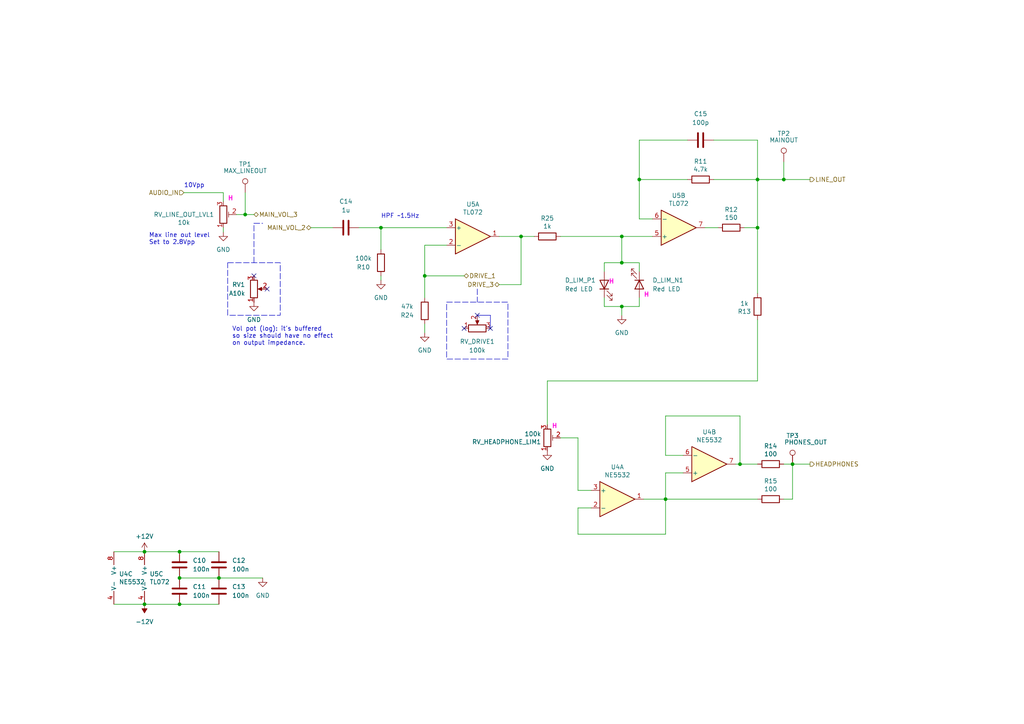
<source format=kicad_sch>
(kicad_sch (version 20250114) (generator "eeschema") (generator_version "9.0")
  (paper "A4")
  (lib_symbols
    (symbol "Amplifier_Operational:NE5532" (pin_names (offset 0.127))
      (property "Reference" "U" (at 0 5.08 0))
      (property "Value" "NE5532" (at 0 -5.08 0))
      (symbol "NE5532_1_1"
        (polyline (pts (xy -5.08 5.08) (xy 5.08 0) (xy -5.08 -5.08) (xy -5.08 5.08)) (stroke (width 0.254)) (fill (type background)))
        (pin input line (at -7.62 2.54 0) (length 2.54) (name "+") (number "3"))
        (pin input line (at -7.62 -2.54 0) (length 2.54) (name "-") (number "2"))
        (pin output line (at 7.62 0 180) (length 2.54) (name "~") (number "1"))
      )
      (symbol "NE5532_2_1"
        (polyline (pts (xy -5.08 5.08) (xy 5.08 0) (xy -5.08 -5.08) (xy -5.08 5.08)) (stroke (width 0.254)) (fill (type background)))
        (pin input line (at -7.62 2.54 0) (length 2.54) (name "+") (number "5"))
        (pin input line (at -7.62 -2.54 0) (length 2.54) (name "-") (number "6"))
        (pin output line (at 7.62 0 180) (length 2.54) (name "~") (number "7"))
      )
      (symbol "NE5532_3_1"
        (pin power_in line (at -2.54 7.62 270) (length 3.81) (name "V+") (number "8"))
        (pin power_in line (at -2.54 -7.62 90) (length 3.81) (name "V-") (number "4"))
      )
    )
    (symbol "Amplifier_Operational:TL072" (pin_names (offset 0.127))
      (property "Reference" "U" (at 0 5.08 0))
      (property "Value" "TL072" (at 0 -5.08 0))
      (symbol "TL072_1_1"
        (polyline (pts (xy -5.08 5.08) (xy 5.08 0) (xy -5.08 -5.08) (xy -5.08 5.08)) (stroke (width 0.254)) (fill (type background)))
        (pin input line (at -7.62 2.54 0) (length 2.54) (name "+") (number "3"))
        (pin input line (at -7.62 -2.54 0) (length 2.54) (name "-") (number "2"))
        (pin output line (at 7.62 0 180) (length 2.54) (name "~") (number "1"))
      )
      (symbol "TL072_2_1"
        (polyline (pts (xy -5.08 5.08) (xy 5.08 0) (xy -5.08 -5.08) (xy -5.08 5.08)) (stroke (width 0.254)) (fill (type background)))
        (pin input line (at -7.62 2.54 0) (length 2.54) (name "+") (number "5"))
        (pin input line (at -7.62 -2.54 0) (length 2.54) (name "-") (number "6"))
        (pin output line (at 7.62 0 180) (length 2.54) (name "~") (number "7"))
      )
      (symbol "TL072_3_1"
        (pin power_in line (at -2.54 7.62 270) (length 3.81) (name "V+") (number "8"))
        (pin power_in line (at -2.54 -7.62 90) (length 3.81) (name "V-") (number "4"))
      )
    )
    (symbol "Connector:TestPoint" (pin_numbers (hide yes)) (pin_names (offset 0.762) (hide yes))
      (property "Reference" "TP" (at 0 6.858 0))
      (property "Value" "TestPoint" (at 0 5.08 0))
      (symbol "TestPoint_0_1"
        (circle (center 0 3.302) (radius 0.762))
      )
      (symbol "TestPoint_1_1"
        (pin passive line (at 0 0 90) (length 2.54) (name "1") (number "1"))
      )
    )
    (symbol "Device:C" (pin_numbers (hide yes)) (pin_names (offset 0.254))
      (property "Reference" "C" (at 0.635 2.54 0))
      (property "Value" "C" (at 0.635 -2.54 0))
      (symbol "C_0_1"
        (polyline (pts (xy -2.032 0.762) (xy 2.032 0.762)) (stroke (width 0.508)))
        (polyline (pts (xy -2.032 -0.762) (xy 2.032 -0.762)) (stroke (width 0.508)))
      )
      (symbol "C_1_1"
        (pin passive line (at 0 3.81 270) (length 2.794) (name "~") (number "1"))
        (pin passive line (at 0 -3.81 90) (length 2.794) (name "~") (number "2"))
      )
    )
    (symbol "Device:LED" (pin_numbers (hide yes)) (pin_names (offset 1.016) (hide yes))
      (property "Reference" "D" (at 0 2.54 0))
      (property "Value" "LED" (at 0 -2.54 0))
      (symbol "LED_0_1"
        (polyline (pts (xy -3.048 -0.762) (xy -4.572 -2.286) (xy -3.81 -2.286) (xy -4.572 -2.286) (xy -4.572 -1.524)))
        (polyline (pts (xy -1.778 -0.762) (xy -3.302 -2.286) (xy -2.54 -2.286) (xy -3.302 -2.286) (xy -3.302 -1.524)))
        (polyline (pts (xy -1.27 0) (xy 1.27 0)))
        (polyline (pts (xy -1.27 -1.27) (xy -1.27 1.27)) (stroke (width 0.254)))
        (polyline (pts (xy 1.27 -1.27) (xy 1.27 1.27) (xy -1.27 0) (xy 1.27 -1.27)) (stroke (width 0.254)))
      )
      (symbol "LED_1_1"
        (pin passive line (at -3.81 0 0) (length 2.54) (name "K") (number "1"))
        (pin passive line (at 3.81 0 180) (length 2.54) (name "A") (number "2"))
      )
    )
    (symbol "Device:R" (pin_numbers (hide yes)) (pin_names (offset 0))
      (property "Reference" "R" (at 2.032 0 90))
      (property "Value" "R" (at 0 0 90))
      (symbol "R_0_1"
        (rectangle (start -1.016 -2.54) (end 1.016 2.54) (stroke (width 0.254)))
      )
      (symbol "R_1_1"
        (pin passive line (at 0 3.81 270) (length 1.27) (name "~") (number "1"))
        (pin passive line (at 0 -3.81 90) (length 1.27) (name "~") (number "2"))
      )
    )
    (symbol "Device:R_Potentiometer" (pin_names (offset 1.016) (hide yes))
      (property "Reference" "RV" (at -4.445 0 90))
      (property "Value" "R_Potentiometer" (at -2.54 0 90))
      (symbol "R_Potentiometer_0_1"
        (rectangle (start 1.016 2.54) (end -1.016 -2.54) (stroke (width 0.254)))
        (polyline (pts (xy 1.143 0) (xy 2.286 0.508) (xy 2.286 -0.508) (xy 1.143 0)) (fill (type outline)))
        (polyline (pts (xy 2.54 0) (xy 1.524 0)))
      )
      (symbol "R_Potentiometer_1_1"
        (pin passive line (at 0 3.81 270) (length 1.27) (name "1") (number "1"))
        (pin passive line (at 0 -3.81 90) (length 1.27) (name "3") (number "3"))
        (pin passive line (at 3.81 0 180) (length 1.27) (name "2") (number "2"))
      )
    )
    (symbol "Device:R_Potentiometer_Trim" (pin_names (offset 1.016) (hide yes))
      (property "Reference" "RV" (at -4.445 0 90))
      (property "Value" "R_Potentiometer_Trim" (at -2.54 0 90))
      (symbol "R_Potentiometer_Trim_0_1"
        (rectangle (start 1.016 2.54) (end -1.016 -2.54) (stroke (width 0.254)))
        (polyline (pts (xy 1.524 0.762) (xy 1.524 -0.762)))
        (polyline (pts (xy 2.54 0) (xy 1.524 0)))
      )
      (symbol "R_Potentiometer_Trim_1_1"
        (pin passive line (at 0 3.81 270) (length 1.27) (name "1") (number "1"))
        (pin passive line (at 0 -3.81 90) (length 1.27) (name "3") (number "3"))
        (pin passive line (at 3.81 0 180) (length 1.27) (name "2") (number "2"))
      )
    )
    (symbol "GND_1" (power) (pin_numbers (hide yes)) (pin_names (offset 0) (hide yes))
      (property "Value" "GND" (at 0 -3.81 0))
      (symbol "GND_1_0_1"
        (polyline (pts (xy 0 0) (xy 0 -1.27) (xy 1.27 -1.27) (xy 0 -2.54) (xy -1.27 -1.27) (xy 0 -1.27)))
      )
      (symbol "GND_1_1_1"
        (pin power_in line (at 0 0 270) (length 0) (name "~") (number "1"))
      )
    )
    (symbol "GND_2" (power) (pin_names (offset 0))
      (property "Value" "GND_2" (at 0 -3.81 0))
      (symbol "GND_2_0_1"
        (polyline (pts (xy 0 0) (xy 0 -1.27) (xy 1.27 -1.27) (xy 0 -2.54) (xy -1.27 -1.27) (xy 0 -1.27)))
      )
      (symbol "GND_2_1_1"
        (pin power_in line (at 0 0 270) (length 0) (hide yes) (name "GND") (number "1"))
      )
    )
    (symbol "GND_3" (power) (pin_names (offset 0))
      (property "Value" "GND_3" (at 0 -3.81 0))
      (symbol "GND_3_0_1"
        (polyline (pts (xy 0 0) (xy 0 -1.27) (xy 1.27 -1.27) (xy 0 -2.54) (xy -1.27 -1.27) (xy 0 -1.27)))
      )
      (symbol "GND_3_1_1"
        (pin power_in line (at 0 0 270) (length 0) (hide yes) (name "GND") (number "1"))
      )
    )
    (symbol "GND_4" (power) (pin_numbers (hide yes)) (pin_names (offset 0) (hide yes))
      (property "Value" "GND" (at 0 -3.81 0))
      (symbol "GND_4_0_1"
        (polyline (pts (xy 0 0) (xy 0 -1.27) (xy 1.27 -1.27) (xy 0 -2.54) (xy -1.27 -1.27) (xy 0 -1.27)))
      )
      (symbol "GND_4_1_1"
        (pin power_in line (at 0 0 270) (length 0) (name "~") (number "1"))
      )
    )
    (symbol "power:+12V" (power) (pin_names (offset 0))
      (property "Value" "+12V" (at 0 3.556 0))
      (symbol "+12V_0_1"
        (polyline (pts (xy -0.762 1.27) (xy 0 2.54)))
        (polyline (pts (xy 0 2.54) (xy 0.762 1.27)))
        (polyline (pts (xy 0 0) (xy 0 2.54)))
      )
      (symbol "+12V_1_1"
        (pin power_in line (at 0 0 90) (length 0) (hide yes) (name "+12V") (number "1"))
      )
    )
    (symbol "power:-12V" (power) (pin_names (offset 0))
      (property "Value" "-12V" (at 0 3.81 0))
      (symbol "-12V_0_0"
        (pin power_in line (at 0 0 90) (length 0) (hide yes) (name "-12V") (number "1"))
      )
      (symbol "-12V_0_1"
        (polyline (pts (xy 0 0) (xy 0 1.27) (xy 0.762 1.27) (xy 0 2.54) (xy -0.762 1.27) (xy 0 1.27)) (fill (type outline)))
      )
    )
    (symbol "power:GND" (power) (pin_names (offset 0))
      (property "Value" "GND" (at 0 -3.81 0))
      (symbol "GND_0_1"
        (polyline (pts (xy 0 0) (xy 0 -1.27) (xy 1.27 -1.27) (xy 0 -2.54) (xy -1.27 -1.27) (xy 0 -1.27)))
      )
      (symbol "GND_1_1"
        (pin power_in line (at 0 0 270) (length 0) (hide yes) (name "GND") (number "1"))
      )
    )
  )
  (rectangle (start 66.04 76.2) (end 81.28 91.44) (stroke (width 0) (type dash)))
  (rectangle (start 129.54 87.63) (end 147.32 104.14) (stroke (width 0) (type dash)))
  (text "H" (at 160.02 124.46 0) (effects (font (size 1.27 1.27) (thickness 0.254) (bold yes)) (justify left bottom)))
  (text "Vol pot (log): it's buffered\nso size should have no effect\non output impedance." (at 67.31 100.33 0) (effects (font (size 1.27 1.27)) (justify left bottom)))
  (text "H" (at 66.04 58.42 0) (effects (font (size 1.27 1.27) (thickness 0.254) (bold yes)) (justify left bottom)))
  (text "HPF ~1.5Hz" (at 110.49 63.5 0) (effects (font (size 1.27 1.27)) (justify left bottom)))
  (text "H" (at 186.69 86.36 0) (effects (font (size 1.27 1.27) (thickness 0.254) (bold yes)) (justify left bottom)))
  (text "H" (at 176.53 82.55 0) (effects (font (size 1.27 1.27) (thickness 0.254) (bold yes)) (justify left bottom)))
  (text "Max line out level\nSet to 2.8Vpp" (at 43.18 71.12 0) (effects (font (size 1.27 1.27)) (justify left bottom)))
  (text "10Vpp" (at 53.34 54.61 0) (effects (font (size 1.27 1.27)) (justify left bottom)))
  (junction (at 151.13 68.58))
  (junction (at 110.49 66.04))
  (junction (at 227.33 52.07))
  (junction (at 219.71 66.04))
  (junction (at 180.34 88.9))
  (junction (at 52.07 167.64))
  (junction (at 219.71 52.07))
  (junction (at 41.91 175.26))
  (junction (at 185.42 52.07))
  (junction (at 180.34 68.58))
  (junction (at 229.87 134.62))
  (junction (at 123.19 80.01))
  (junction (at 41.91 160.02))
  (junction (at 52.07 175.26))
  (junction (at 63.5 167.64))
  (junction (at 214.63 134.62))
  (junction (at 193.04 144.78))
  (junction (at 52.07 160.02))
  (junction (at 71.12 62.23))
  (junction (at 180.34 76.2))
  (no_connect (at 73.66 80.01))
  (no_connect (at 138.43 91.44))
  (no_connect (at 77.47 83.82))
  (no_connect (at 142.24 95.25))
  (no_connect (at 134.62 95.25))
  (wire (pts (xy 144.78 68.58) (xy 151.13 68.58)))
  (wire (pts (xy 227.33 134.62) (xy 229.87 134.62)))
  (wire (pts (xy 167.64 127) (xy 167.64 142.24)))
  (wire (pts (xy 41.91 160.02) (xy 33.02 160.02)))
  (wire (pts (xy 219.71 66.04) (xy 215.9 66.04)))
  (wire (pts (xy 219.71 110.49) (xy 158.75 110.49)))
  (wire (pts (xy 204.47 66.04) (xy 208.28 66.04)))
  (wire (pts (xy 185.42 76.2) (xy 185.42 78.74)))
  (polyline (pts (xy 138.43 91.44) (xy 142.24 91.44)))
  (wire (pts (xy 41.91 160.02) (xy 52.07 160.02)))
  (wire (pts (xy 175.26 88.9) (xy 180.34 88.9)))
  (wire (pts (xy 185.42 52.07) (xy 199.39 52.07)))
  (wire (pts (xy 171.45 147.32) (xy 167.64 147.32)))
  (wire (pts (xy 68.58 62.23) (xy 71.12 62.23)))
  (wire (pts (xy 52.07 175.26) (xy 63.5 175.26)))
  (wire (pts (xy 193.04 120.65) (xy 214.63 120.65)))
  (wire (pts (xy 151.13 68.58) (xy 151.13 82.55)))
  (wire (pts (xy 219.71 40.64) (xy 219.71 52.07)))
  (wire (pts (xy 180.34 68.58) (xy 180.34 76.2)))
  (wire (pts (xy 214.63 134.62) (xy 213.36 134.62)))
  (wire (pts (xy 185.42 63.5) (xy 189.23 63.5)))
  (wire (pts (xy 229.87 134.62) (xy 234.95 134.62)))
  (wire (pts (xy 199.39 40.64) (xy 185.42 40.64)))
  (wire (pts (xy 162.56 68.58) (xy 180.34 68.58)))
  (wire (pts (xy 227.33 52.07) (xy 234.95 52.07)))
  (wire (pts (xy 207.01 40.64) (xy 219.71 40.64)))
  (wire (pts (xy 180.34 68.58) (xy 189.23 68.58)))
  (wire (pts (xy 175.26 76.2) (xy 175.26 78.74)))
  (wire (pts (xy 198.12 137.16) (xy 193.04 137.16)))
  (wire (pts (xy 175.26 86.36) (xy 175.26 88.9)))
  (wire (pts (xy 64.77 58.42) (xy 64.77 55.88)))
  (wire (pts (xy 52.07 167.64) (xy 63.5 167.64)))
  (wire (pts (xy 180.34 91.44) (xy 180.34 88.9)))
  (wire (pts (xy 52.07 160.02) (xy 63.5 160.02)))
  (wire (pts (xy 219.71 66.04) (xy 219.71 85.09)))
  (wire (pts (xy 162.56 127) (xy 167.64 127)))
  (wire (pts (xy 71.12 55.88) (xy 71.12 62.23)))
  (wire (pts (xy 129.54 71.12) (xy 123.19 71.12)))
  (wire (pts (xy 110.49 66.04) (xy 110.49 72.39)))
  (wire (pts (xy 214.63 134.62) (xy 219.71 134.62)))
  (wire (pts (xy 193.04 154.94) (xy 193.04 144.78)))
  (wire (pts (xy 219.71 52.07) (xy 227.33 52.07)))
  (wire (pts (xy 110.49 66.04) (xy 129.54 66.04)))
  (wire (pts (xy 167.64 154.94) (xy 193.04 154.94)))
  (wire (pts (xy 185.42 63.5) (xy 185.42 52.07)))
  (wire (pts (xy 193.04 137.16) (xy 193.04 144.78)))
  (polyline (pts (xy 142.24 91.44) (xy 142.24 95.25)))
  (wire (pts (xy 151.13 82.55) (xy 144.78 82.55)))
  (wire (pts (xy 219.71 52.07) (xy 219.71 66.04)))
  (wire (pts (xy 171.45 142.24) (xy 167.64 142.24)))
  (wire (pts (xy 63.5 167.64) (xy 76.2 167.64)))
  (wire (pts (xy 219.71 144.78) (xy 193.04 144.78)))
  (wire (pts (xy 198.12 132.08) (xy 193.04 132.08)))
  (polyline (pts (xy 73.66 76.2) (xy 73.66 64.77)) (stroke (width 0) (type dash)))
  (polyline (pts (xy 138.43 83.82) (xy 138.43 87.63)) (stroke (width 0) (type dash)))
  (wire (pts (xy 104.14 66.04) (xy 110.49 66.04)))
  (wire (pts (xy 110.49 81.28) (xy 110.49 80.01)))
  (wire (pts (xy 123.19 80.01) (xy 123.19 86.36)))
  (wire (pts (xy 214.63 120.65) (xy 214.63 134.62)))
  (wire (pts (xy 219.71 92.71) (xy 219.71 110.49)))
  (wire (pts (xy 53.34 55.88) (xy 64.77 55.88)))
  (wire (pts (xy 33.02 175.26) (xy 41.91 175.26)))
  (wire (pts (xy 207.01 52.07) (xy 219.71 52.07)))
  (wire (pts (xy 185.42 40.64) (xy 185.42 52.07)))
  (wire (pts (xy 64.77 67.31) (xy 64.77 66.04)))
  (wire (pts (xy 151.13 68.58) (xy 154.94 68.58)))
  (wire (pts (xy 158.75 110.49) (xy 158.75 123.19)))
  (wire (pts (xy 123.19 80.01) (xy 134.62 80.01)))
  (polyline (pts (xy 73.66 64.77) (xy 76.2 64.77)) (stroke (width 0) (type dash)))
  (wire (pts (xy 185.42 76.2) (xy 180.34 76.2)))
  (wire (pts (xy 71.12 62.23) (xy 73.66 62.23)))
  (wire (pts (xy 227.33 144.78) (xy 229.87 144.78)))
  (wire (pts (xy 193.04 132.08) (xy 193.04 120.65)))
  (wire (pts (xy 180.34 88.9) (xy 185.42 88.9)))
  (wire (pts (xy 41.91 175.26) (xy 52.07 175.26)))
  (wire (pts (xy 123.19 71.12) (xy 123.19 80.01)))
  (wire (pts (xy 229.87 134.62) (xy 229.87 144.78)))
  (wire (pts (xy 193.04 144.78) (xy 186.69 144.78)))
  (wire (pts (xy 185.42 88.9) (xy 185.42 86.36)))
  (wire (pts (xy 123.19 96.52) (xy 123.19 93.98)))
  (wire (pts (xy 167.64 147.32) (xy 167.64 154.94)))
  (wire (pts (xy 90.17 66.04) (xy 96.52 66.04)))
  (wire (pts (xy 227.33 46.99) (xy 227.33 52.07)))
  (wire (pts (xy 180.34 76.2) (xy 175.26 76.2)))
  (hierarchical_label "MAIN_VOL_2" (shape bidirectional) (at 90.17 66.04 180))
  (hierarchical_label "HEADPHONES" (shape output) (at 234.95 134.62 0))
  (hierarchical_label "AUDIO_IN" (shape input) (at 53.34 55.88 180))
  (hierarchical_label "DRIVE_3" (shape bidirectional) (at 144.78 82.55 180))
  (hierarchical_label "DRIVE_1" (shape bidirectional) (at 134.62 80.01 0))
  (hierarchical_label "MAIN_VOL_3" (shape bidirectional) (at 73.66 62.23 0))
  (hierarchical_label "LINE_OUT" (shape output) (at 234.95 52.07 0))
  (symbol (lib_name "GND_4") (lib_id "power:GND") (at 73.66 87.63 0) (unit 1)
    (property "Reference" "#PWR037" (effects (hide yes)))
    (property "Value" "GND" (at 73.66 92.71 0))
    (property "Description" "Power symbol creates a global label with name \"GND\" , ground" (effects (hide yes)))
  )
  (symbol (lib_id "Amplifier_Operational:NE5532") (at 205.74 134.62 0) (mirror x) (unit 2)
    (property "Reference" "U4" (at 205.74 125.2982 0))
    (property "Value" "NE5532" (at 205.74 127.6096 0))
    (property "Footprint" "Package_SO:SOIC-8_3.9x4.9mm_P1.27mm" (effects (hide yes)))
    (property "Datasheet" "http://www.ti.com/lit/ds/symlink/ne5532.pdf" (effects (hide yes)))
    (property "LCSC" "C7426" (effects (hide yes)))
    (property "Vendor" "JLCPCB" (effects (hide yes)))
  )
  (symbol (lib_id "power:-12V") (at 41.91 175.26 180) (unit 1)
    (property "Reference" "#PWR023" (effects (hide yes)))
    (property "Value" "-12V" (at 41.91 180.34 0))
  )
  (symbol (lib_id "Device:R") (at 203.2 52.07 270) (unit 1)
    (property "Reference" "R11" (at 203.2 46.8122 90))
    (property "Value" "4.7k" (at 203.2 49.1236 90))
    (property "Footprint" "Resistor_SMD:R_0603_1608Metric" (effects (hide yes)))
    (property "LCSC" "C23162" (effects (hide yes)))
    (property "Vendor" "JLCPCB" (effects (hide yes)))
  )
  (symbol (lib_id "power:+12V") (at 41.91 160.02 0) (unit 1)
    (property "Reference" "#PWR022" (effects (hide yes)))
    (property "Value" "+12V" (at 41.91 155.575 0))
  )
  (symbol (lib_name "GND_3") (lib_id "power:GND") (at 158.75 130.81 0) (unit 1)
    (property "Reference" "#PWR029" (effects (hide yes)))
    (property "Value" "GND" (at 158.75 135.89 0))
  )
  (symbol (lib_id "power:GND") (at 110.49 81.28 0) (unit 1)
    (property "Reference" "#PWR027" (effects (hide yes)))
    (property "Value" "GND" (at 110.49 86.36 0))
  )
  (symbol (lib_id "Connector:TestPoint") (at 229.87 134.62 0) (unit 1) (in_bom no)
    (property "Reference" "TP3" (at 229.87 126.365 0))
    (property "Value" "PHONES_OUT" (at 233.68 128.27 0))
    (property "Footprint" "TestPoint:TestPoint_THTPad_2.0x2.0mm_Drill1.0mm" (effects (hide yes)))
  )
  (symbol (lib_id "Device:R") (at 158.75 68.58 270) (unit 1)
    (property "Reference" "R25" (at 158.75 63.3222 90))
    (property "Value" "1k" (at 158.75 65.6336 90))
    (property "Footprint" "Resistor_SMD:R_0603_1608Metric" (effects (hide yes)))
    (property "LCSC" "C21190" (effects (hide yes)))
    (property "Vendor" "JLCPCB" (effects (hide yes)))
  )
  (symbol (lib_id "Device:C") (at 203.2 40.64 90) (unit 1)
    (property "Reference" "C15" (at 203.2 33.02 90))
    (property "Value" "100p" (at 203.2 35.56 90))
    (property "Footprint" "Capacitor_SMD:C_0603_1608Metric" (effects (hide yes)))
    (property "LCSC" "C14858" (effects (hide yes)))
    (property "Vendor" "JLCPCB" (effects (hide yes)))
  )
  (symbol (lib_id "Amplifier_Operational:TL072") (at 44.45 167.64 0) (unit 3)
    (property "Reference" "U5" (at 43.3832 166.4716 0) (effects (justify left)))
    (property "Value" "TL072" (at 43.3832 168.783 0) (effects (justify left)))
    (property "Footprint" "Package_SO:SOIC-8_3.9x4.9mm_P1.27mm" (effects (hide yes)))
    (property "Datasheet" "http://www.ti.com/lit/ds/symlink/tl071.pdf" (effects (hide yes)))
    (property "LCSC" "C6961" (effects (hide yes)))
    (property "Vendor" "JLCPCB" (effects (hide yes)))
  )
  (symbol (lib_id "Amplifier_Operational:NE5532") (at 35.56 167.64 0) (unit 3)
    (property "Reference" "U4" (at 34.4932 166.4716 0) (effects (justify left)))
    (property "Value" "NE5532" (at 34.4932 168.783 0) (effects (justify left)))
    (property "Footprint" "Package_SO:SOIC-8_3.9x4.9mm_P1.27mm" (effects (hide yes)))
    (property "Datasheet" "http://www.ti.com/lit/ds/symlink/ne5532.pdf" (effects (hide yes)))
    (property "LCSC" "C7426" (effects (hide yes)))
    (property "Vendor" "JLCPCB" (effects (hide yes)))
  )
  (symbol (lib_name "GND_1") (lib_id "power:GND") (at 123.19 96.52 0) (unit 1)
    (property "Reference" "#PWR026" (effects (hide yes)))
    (property "Value" "GND" (at 123.19 101.6 0))
    (property "Description" "Power symbol creates a global label with name \"GND\" , ground" (effects (hide yes)))
  )
  (symbol (lib_id "Connector:TestPoint") (at 71.12 55.88 0) (unit 1) (in_bom no)
    (property "Reference" "TP1" (at 71.12 47.625 0))
    (property "Value" "MAX_LINEOUT" (at 71.12 49.53 0))
    (property "Footprint" "TestPoint:TestPoint_THTPad_2.0x2.0mm_Drill1.0mm" (effects (hide yes)))
  )
  (symbol (lib_id "Device:R") (at 110.49 76.2 180) (unit 1)
    (property "Reference" "R10" (at 105.41 77.47 0))
    (property "Value" "100k" (at 105.41 74.93 0))
    (property "Footprint" "Resistor_SMD:R_0603_1608Metric_Pad0.98x0.95mm_HandSolder" (effects (hide yes)))
    (property "LCSC" "C25803" (effects (hide yes)))
    (property "Vendor" "JLCPCB" (effects (hide yes)))
  )
  (symbol (lib_id "Device:C") (at 100.33 66.04 90) (unit 1)
    (property "Reference" "C14" (at 100.33 58.42 90))
    (property "Value" "1u" (at 100.33 60.96 90))
    (property "Footprint" "Capacitor_SMD:C_0603_1608Metric_Pad1.08x0.95mm_HandSolder" (effects (hide yes)))
    (property "LCSC" "C15849" (effects (hide yes)))
    (property "Vendor" "JLCPCB" (effects (hide yes)))
  )
  (symbol (lib_id "Device:LED") (at 175.26 82.55 90) (unit 1)
    (property "Reference" "D_LIM_P1" (at 163.83 81.28 90) (effects (justify right)))
    (property "Value" "Red LED" (at 163.83 83.82 90) (effects (justify right)))
    (property "Footprint" "LED_THT:LED_D5.0mm" (effects (hide yes)))
  )
  (symbol (lib_id "power:GND") (at 76.2 167.64 0) (unit 1)
    (property "Reference" "#PWR025" (effects (hide yes)))
    (property "Value" "GND" (at 76.2 172.72 0))
  )
  (symbol (lib_id "Device:R_Potentiometer_Trim") (at 64.77 62.23 0) (mirror x) (unit 1)
    (property "Reference" "RV_LINE_OUT_LVL1" (at 53.34 62.23 0))
    (property "Value" "10k" (at 53.34 64.5414 0))
    (property "Footprint" "Potentiometer_THT:Potentiometer_ACP_CA6-H2,5_Horizontal" (effects (hide yes)))
    (property "Part No." "531-PT6KH-10K " (effects (hide yes)))
    (property "Part URL" "https://mou.sr/4gcYhlU" (effects (hide yes)))
    (property "Vendor" "Mouser" (effects (hide yes)))
  )
  (symbol (lib_id "Device:C") (at 63.5 171.45 0) (unit 1)
    (property "Reference" "C13" (at 67.31 170.18 0) (effects (justify left)))
    (property "Value" "100n" (at 67.31 172.72 0) (effects (justify left)))
    (property "Footprint" "Capacitor_SMD:C_0603_1608Metric" (effects (hide yes)))
    (property "LCSC" "C14663" (effects (hide yes)))
    (property "Vendor" "JLCPCB" (effects (hide yes)))
  )
  (symbol (lib_name "GND_2") (lib_id "power:GND") (at 180.34 91.44 0) (unit 1)
    (property "Reference" "#PWR028" (effects (hide yes)))
    (property "Value" "GND" (at 180.34 96.52 0))
  )
  (symbol (lib_id "Device:R") (at 123.19 90.17 180) (unit 1)
    (property "Reference" "R24" (at 118.11 91.44 0))
    (property "Value" "47k" (at 118.11 88.9 0))
    (property "Footprint" "Resistor_SMD:R_0603_1608Metric_Pad0.98x0.95mm_HandSolder" (effects (hide yes)))
    (property "Vendor" "JLCPCB" (effects (hide yes)))
  )
  (symbol (lib_id "Device:C") (at 63.5 163.83 0) (unit 1)
    (property "Reference" "C12" (at 67.31 162.56 0) (effects (justify left)))
    (property "Value" "100n" (at 67.31 165.1 0) (effects (justify left)))
    (property "Footprint" "Capacitor_SMD:C_0603_1608Metric" (effects (hide yes)))
    (property "LCSC" "C14663" (effects (hide yes)))
    (property "Vendor" "JLCPCB" (effects (hide yes)))
  )
  (symbol (lib_id "Device:R_Potentiometer") (at 138.43 95.25 90) (unit 1)
    (property "Reference" "RV_DRIVE1" (at 138.43 99.06 90))
    (property "Value" "100k" (at 138.43 101.6 90))
    (property "Description" "Potentiometer" (effects (hide yes)))
  )
  (symbol (lib_id "Device:R") (at 212.09 66.04 270) (unit 1)
    (property "Reference" "R12" (at 212.09 60.7822 90))
    (property "Value" "150" (at 212.09 63.0936 90))
    (property "Footprint" "Resistor_SMD:R_0603_1608Metric" (effects (hide yes)))
    (property "LCSC" "C22808" (effects (hide yes)))
    (property "Vendor" "JLCPCB" (effects (hide yes)))
  )
  (symbol (lib_id "Amplifier_Operational:TL072") (at 196.85 66.04 0) (mirror x) (unit 2)
    (property "Reference" "U5" (at 196.85 56.7182 0))
    (property "Value" "TL072" (at 196.85 59.0296 0))
    (property "Footprint" "Package_SO:SOIC-8_3.9x4.9mm_P1.27mm" (effects (hide yes)))
    (property "Datasheet" "http://www.ti.com/lit/ds/symlink/tl071.pdf" (effects (hide yes)))
    (property "LCSC" "C6961" (effects (hide yes)))
    (property "Vendor" "JLCPCB" (effects (hide yes)))
  )
  (symbol (lib_id "Device:R_Potentiometer_Trim") (at 158.75 127 0) (mirror x) (unit 1)
    (property "Reference" "RV_HEADPHONE_LIM1" (at 156.972 128.1684 0) (effects (justify right)))
    (property "Value" "100k" (at 156.972 125.857 0) (effects (justify right)))
    (property "Footprint" "Potentiometer_THT:Potentiometer_ACP_CA6-H2,5_Horizontal" (effects (hide yes)))
    (property "Part No." "531-PT6KH104A1010PM " (effects (hide yes)))
    (property "Part URL" "https://mou.sr/49zQlIS" (effects (hide yes)))
    (property "Vendor" "Mouser" (effects (hide yes)))
  )
  (symbol (lib_id "Device:C") (at 52.07 171.45 0) (unit 1)
    (property "Reference" "C11" (at 55.88 170.18 0) (effects (justify left)))
    (property "Value" "100n" (at 55.88 172.72 0) (effects (justify left)))
    (property "Footprint" "Capacitor_SMD:C_0603_1608Metric" (effects (hide yes)))
    (property "LCSC" "C14663" (effects (hide yes)))
    (property "Vendor" "JLCPCB" (effects (hide yes)))
  )
  (symbol (lib_id "Amplifier_Operational:NE5532") (at 179.07 144.78 0) (unit 1)
    (property "Reference" "U4" (at 179.07 135.4582 0))
    (property "Value" "NE5532" (at 179.07 137.7696 0))
    (property "Footprint" "Package_SO:SOIC-8_3.9x4.9mm_P1.27mm" (effects (hide yes)))
    (property "Datasheet" "http://www.ti.com/lit/ds/symlink/ne5532.pdf" (effects (hide yes)))
    (property "LCSC" "C7426" (effects (hide yes)))
    (property "Vendor" "JLCPCB" (effects (hide yes)))
  )
  (symbol (lib_id "Device:R") (at 223.52 134.62 270) (unit 1)
    (property "Reference" "R14" (at 223.52 129.3622 90))
    (property "Value" "100" (at 223.52 131.6736 90))
    (property "Footprint" "Resistor_SMD:R_0603_1608Metric" (effects (hide yes)))
    (property "LCSC" "C22775" (effects (hide yes)))
    (property "Vendor" "JLCPCB" (effects (hide yes)))
  )
  (symbol (lib_id "Device:R_Potentiometer") (at 73.66 83.82 0) (mirror x) (unit 1)
    (property "Reference" "RV1" (at 71.12 82.5499 0) (effects (justify right)))
    (property "Value" "A10k" (at 71.12 85.0899 0) (effects (justify right)))
    (property "Description" "Potentiometer" (effects (hide yes)))
  )
  (symbol (lib_id "Device:R") (at 219.71 88.9 0) (unit 1)
    (property "Reference" "R13" (at 215.9 90.3478 0))
    (property "Value" "1k" (at 215.9 88.0364 0))
    (property "Footprint" "Resistor_SMD:R_0603_1608Metric" (effects (hide yes)))
    (property "LCSC" "C21190" (effects (hide yes)))
    (property "Vendor" "JLCPCB" (effects (hide yes)))
  )
  (symbol (lib_id "power:GND") (at 64.77 67.31 0) (unit 1)
    (property "Reference" "#PWR024" (effects (hide yes)))
    (property "Value" "GND" (at 64.77 72.39 0))
  )
  (symbol (lib_id "Connector:TestPoint") (at 227.33 46.99 0) (unit 1) (in_bom no)
    (property "Reference" "TP2" (at 227.33 38.735 0))
    (property "Value" "MAINOUT" (at 227.33 40.64 0))
    (property "Footprint" "TestPoint:TestPoint_THTPad_2.0x2.0mm_Drill1.0mm" (effects (hide yes)))
  )
  (symbol (lib_id "Device:LED") (at 185.42 82.55 270) (unit 1)
    (property "Reference" "D_LIM_N1" (at 189.23 81.28 90) (effects (justify left)))
    (property "Value" "Red LED" (at 189.23 83.82 90) (effects (justify left)))
    (property "Footprint" "LED_THT:LED_D5.0mm" (effects (hide yes)))
  )
  (symbol (lib_id "Device:R") (at 223.52 144.78 270) (unit 1)
    (property "Reference" "R15" (at 223.52 139.5222 90))
    (property "Value" "100" (at 223.52 141.8336 90))
    (property "Footprint" "Resistor_SMD:R_0603_1608Metric" (effects (hide yes)))
    (property "LCSC" "C22775" (effects (hide yes)))
    (property "Vendor" "JLCPCB" (effects (hide yes)))
  )
  (symbol (lib_id "Device:C") (at 52.07 163.83 0) (unit 1)
    (property "Reference" "C10" (at 55.88 162.56 0) (effects (justify left)))
    (property "Value" "100n" (at 55.88 165.1 0) (effects (justify left)))
    (property "Footprint" "Capacitor_SMD:C_0603_1608Metric" (effects (hide yes)))
    (property "LCSC" "C14663" (effects (hide yes)))
    (property "Vendor" "JLCPCB" (effects (hide yes)))
  )
  (symbol (lib_id "Amplifier_Operational:TL072") (at 137.16 68.58 0) (unit 1)
    (property "Reference" "U5" (at 137.16 59.2582 0))
    (property "Value" "TL072" (at 137.16 61.5696 0))
    (property "Footprint" "Package_SO:SOIC-8_3.9x4.9mm_P1.27mm" (effects (hide yes)))
    (property "Datasheet" "http://www.ti.com/lit/ds/symlink/tl071.pdf" (effects (hide yes)))
    (property "LCSC" "C6961" (effects (hide yes)))
    (property "Vendor" "JLCPCB" (effects (hide yes)))
  )
)
</source>
